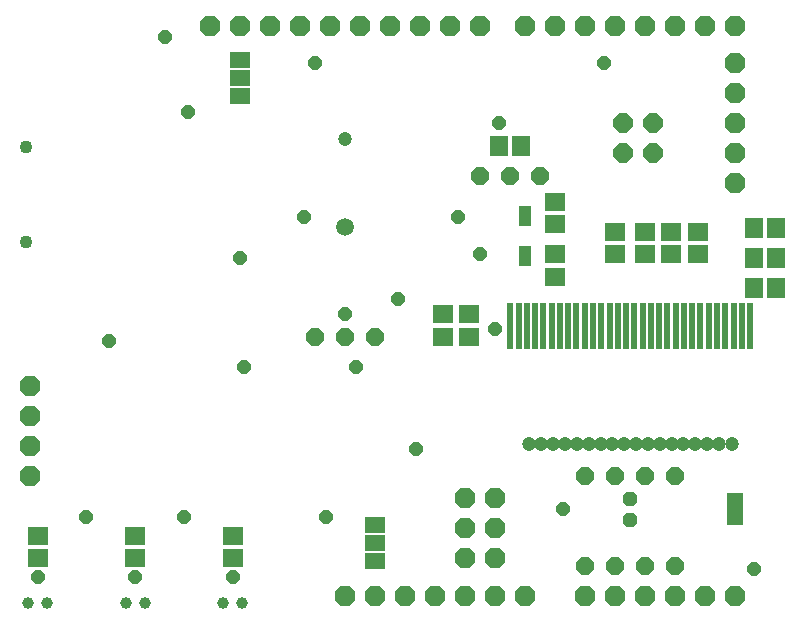
<source format=gbs>
G75*
%MOIN*%
%OFA0B0*%
%FSLAX25Y25*%
%IPPOS*%
%LPD*%
%AMOC8*
5,1,8,0,0,1.08239X$1,22.5*
%
%ADD10OC8,0.06737*%
%ADD11OC8,0.05950*%
%ADD12OC8,0.04769*%
%ADD13R,0.05800X0.10800*%
%ADD14OC8,0.06800*%
%ADD15C,0.05918*%
%ADD16C,0.04737*%
%ADD17R,0.02375X0.15800*%
%ADD18OC8,0.06400*%
%ADD19R,0.06706X0.05918*%
%ADD20R,0.03950X0.07099*%
%ADD21R,0.05918X0.06706*%
%ADD22C,0.04343*%
%ADD23C,0.03950*%
%ADD24OC8,0.06000*%
%ADD25R,0.07100X0.05400*%
%ADD26OC8,0.04369*%
D10*
X0125305Y0015000D03*
X0135305Y0015000D03*
X0145305Y0015000D03*
X0155305Y0015000D03*
X0165305Y0015000D03*
X0175305Y0015000D03*
X0185305Y0015000D03*
X0205305Y0015000D03*
X0215305Y0015000D03*
X0225305Y0015000D03*
X0235305Y0015000D03*
X0245305Y0015000D03*
X0255305Y0015000D03*
X0255305Y0205000D03*
X0245305Y0205000D03*
X0235305Y0205000D03*
X0225305Y0205000D03*
X0215305Y0205000D03*
X0205305Y0205000D03*
X0195305Y0205000D03*
X0185305Y0205000D03*
X0170305Y0205000D03*
X0160305Y0205000D03*
X0150305Y0205000D03*
X0140305Y0205000D03*
X0130305Y0205000D03*
X0120305Y0205000D03*
X0110305Y0205000D03*
X0100305Y0205000D03*
X0090305Y0205000D03*
X0080305Y0205000D03*
D11*
X0115305Y0101250D03*
X0125305Y0101250D03*
X0135305Y0101250D03*
X0205305Y0055000D03*
X0215305Y0055000D03*
X0225305Y0055000D03*
X0235305Y0055000D03*
X0235305Y0025000D03*
X0225305Y0025000D03*
X0215305Y0025000D03*
X0205305Y0025000D03*
D12*
X0220305Y0040207D03*
X0220305Y0047293D03*
D13*
X0255305Y0043750D03*
D14*
X0175305Y0047500D03*
X0165305Y0047500D03*
X0165305Y0037500D03*
X0165305Y0027500D03*
X0175305Y0027500D03*
X0175305Y0037500D03*
X0255305Y0152500D03*
X0255305Y0162500D03*
X0255305Y0172500D03*
X0255305Y0182500D03*
X0255305Y0192500D03*
X0020305Y0085000D03*
X0020305Y0075000D03*
X0020305Y0065000D03*
X0020305Y0055000D03*
D15*
X0125305Y0137874D03*
D16*
X0125305Y0167402D03*
X0186447Y0065630D03*
X0190581Y0065630D03*
X0194715Y0065630D03*
X0198652Y0065630D03*
X0202589Y0065630D03*
X0206526Y0065630D03*
X0210463Y0065630D03*
X0214400Y0065630D03*
X0218337Y0065630D03*
X0222274Y0065630D03*
X0226211Y0065630D03*
X0230148Y0065630D03*
X0234085Y0065630D03*
X0238022Y0065630D03*
X0241959Y0065630D03*
X0245896Y0065630D03*
X0250030Y0065630D03*
X0254163Y0065630D03*
D17*
X0254754Y0105000D03*
X0257510Y0105000D03*
X0260266Y0105000D03*
X0251998Y0105000D03*
X0249242Y0105000D03*
X0246486Y0105000D03*
X0243730Y0105000D03*
X0240974Y0105000D03*
X0238219Y0105000D03*
X0235463Y0105000D03*
X0232707Y0105000D03*
X0229951Y0105000D03*
X0227195Y0105000D03*
X0224439Y0105000D03*
X0221683Y0105000D03*
X0218927Y0105000D03*
X0216171Y0105000D03*
X0213415Y0105000D03*
X0210659Y0105000D03*
X0207904Y0105000D03*
X0205148Y0105000D03*
X0202392Y0105000D03*
X0199636Y0105000D03*
X0196880Y0105000D03*
X0194124Y0105000D03*
X0191368Y0105000D03*
X0188612Y0105000D03*
X0185856Y0105000D03*
X0183100Y0105000D03*
X0180344Y0105000D03*
D18*
X0217805Y0162500D03*
X0227805Y0162500D03*
X0227805Y0172500D03*
X0217805Y0172500D03*
D19*
X0195305Y0146240D03*
X0195305Y0138760D03*
X0195305Y0128740D03*
X0195305Y0121260D03*
X0215305Y0128760D03*
X0215305Y0136240D03*
X0225305Y0136240D03*
X0225305Y0128760D03*
X0234055Y0128760D03*
X0234055Y0136240D03*
X0242805Y0136240D03*
X0242805Y0128760D03*
X0166555Y0108740D03*
X0157805Y0108740D03*
X0157805Y0101260D03*
X0166555Y0101260D03*
X0087805Y0034990D03*
X0087805Y0027510D03*
X0055305Y0027510D03*
X0055305Y0034990D03*
X0022805Y0034990D03*
X0022805Y0027510D03*
D20*
X0185305Y0128307D03*
X0185305Y0141693D03*
D21*
X0184045Y0165000D03*
X0176565Y0165000D03*
X0261565Y0137500D03*
X0269045Y0137500D03*
X0269045Y0127500D03*
X0261565Y0127500D03*
X0261565Y0117500D03*
X0269045Y0117500D03*
D22*
X0018967Y0132992D03*
X0018967Y0164488D03*
D23*
X0019656Y0012500D03*
X0025955Y0012500D03*
X0052156Y0012500D03*
X0058455Y0012500D03*
X0084656Y0012500D03*
X0090955Y0012500D03*
D24*
X0170305Y0155000D03*
X0180305Y0155000D03*
X0190305Y0155000D03*
D25*
X0090305Y0181500D03*
X0090305Y0187500D03*
X0090305Y0193500D03*
X0135305Y0038500D03*
X0135305Y0032500D03*
X0135305Y0026500D03*
D26*
X0119055Y0041250D03*
X0149055Y0063750D03*
X0129055Y0091250D03*
X0125305Y0108750D03*
X0142805Y0113750D03*
X0170305Y0128750D03*
X0162805Y0141250D03*
X0176555Y0172500D03*
X0211555Y0192500D03*
X0115305Y0192500D03*
X0072805Y0176250D03*
X0065305Y0201250D03*
X0111555Y0141250D03*
X0090305Y0127500D03*
X0091555Y0091250D03*
X0046555Y0100000D03*
X0039055Y0041250D03*
X0022805Y0021250D03*
X0055305Y0021250D03*
X0071555Y0041250D03*
X0087805Y0021250D03*
X0175305Y0103750D03*
X0197805Y0043750D03*
X0261555Y0023750D03*
M02*

</source>
